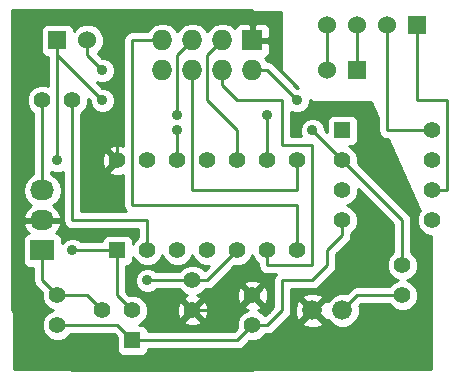
<source format=gbl>
%FSLAX34Y34*%
G04 Gerber Fmt 3.4, Leading zero omitted, Abs format*
G04 (created by PCBNEW (2014-02-15 BZR 4699)-product) date Sat 08 Mar 2014 11:33:38 PM EST*
%MOIN*%
G01*
G70*
G90*
G04 APERTURE LIST*
%ADD10C,0.005906*%
%ADD11R,0.055000X0.055000*%
%ADD12C,0.055000*%
%ADD13R,0.080000X0.068000*%
%ADD14O,0.080000X0.068000*%
%ADD15R,0.068000X0.068000*%
%ADD16O,0.068000X0.068000*%
%ADD17R,0.060000X0.060000*%
%ADD18C,0.060000*%
%ADD19C,0.066000*%
%ADD20C,0.035000*%
%ADD21C,0.010000*%
G04 APERTURE END LIST*
G54D10*
G54D11*
X30500Y-52500D03*
G54D12*
X31500Y-52500D03*
X32500Y-52500D03*
X33500Y-52500D03*
X34500Y-52500D03*
X35500Y-52500D03*
X36500Y-52500D03*
X36500Y-49500D03*
X35500Y-49500D03*
X34500Y-49500D03*
X33500Y-49500D03*
X32500Y-49500D03*
X31500Y-49500D03*
X30500Y-49500D03*
G54D13*
X28000Y-52500D03*
G54D14*
X28000Y-51500D03*
X28000Y-50500D03*
G54D15*
X35000Y-45500D03*
G54D16*
X34000Y-45500D03*
X33000Y-45500D03*
X32000Y-45500D03*
X32000Y-46500D03*
X33000Y-46500D03*
X34000Y-46500D03*
X35000Y-46500D03*
G54D12*
X29000Y-47500D03*
X28000Y-47500D03*
G54D11*
X31000Y-55500D03*
G54D12*
X31000Y-54500D03*
X30000Y-54500D03*
X35000Y-54000D03*
X35000Y-55000D03*
X28500Y-54000D03*
X28500Y-55000D03*
X33000Y-54500D03*
X33000Y-53500D03*
X40000Y-53000D03*
X40000Y-54000D03*
G54D17*
X40500Y-45000D03*
G54D18*
X39500Y-45000D03*
X38500Y-45000D03*
X37500Y-45000D03*
G54D17*
X38500Y-46500D03*
G54D18*
X37500Y-46500D03*
G54D17*
X28500Y-45500D03*
G54D18*
X29500Y-45500D03*
G54D19*
X38000Y-54500D03*
X37000Y-54500D03*
G54D11*
X38000Y-48500D03*
G54D12*
X38000Y-49500D03*
X38000Y-50500D03*
X38000Y-51500D03*
X41000Y-51500D03*
X41000Y-50500D03*
X41000Y-49500D03*
X41000Y-48500D03*
G54D20*
X36000Y-55500D03*
X35500Y-54500D03*
X37000Y-48500D03*
X32500Y-48500D03*
X31500Y-53500D03*
X30000Y-46500D03*
X29000Y-52500D03*
X28500Y-49500D03*
X36500Y-47500D03*
X30000Y-47500D03*
X35500Y-48000D03*
X32500Y-48000D03*
G54D21*
X28500Y-54000D02*
X29500Y-54000D01*
X29500Y-54000D02*
X30000Y-54500D01*
X28000Y-52500D02*
X28000Y-53500D01*
X28000Y-53500D02*
X28500Y-54000D01*
X35000Y-54000D02*
X35500Y-54500D01*
X27000Y-51500D02*
X27000Y-54500D01*
X35000Y-56500D02*
X36000Y-55500D01*
X29000Y-56500D02*
X35000Y-56500D01*
X27000Y-54500D02*
X29000Y-56500D01*
X36000Y-55500D02*
X37000Y-54500D01*
X33000Y-54500D02*
X34500Y-54500D01*
X34500Y-54500D02*
X35000Y-54000D01*
X30500Y-49500D02*
X30500Y-44500D01*
X28000Y-51500D02*
X27000Y-51500D01*
X35000Y-44500D02*
X35000Y-45500D01*
X27000Y-44500D02*
X30500Y-44500D01*
X30500Y-44500D02*
X35000Y-44500D01*
X27000Y-51500D02*
X27000Y-44500D01*
X29000Y-47500D02*
X29000Y-51500D01*
X31500Y-51500D02*
X31500Y-52500D01*
X29000Y-51500D02*
X31500Y-51500D01*
X28500Y-55000D02*
X30500Y-55000D01*
X30500Y-55000D02*
X31000Y-55500D01*
X31000Y-55500D02*
X34500Y-55500D01*
X34500Y-55500D02*
X35000Y-55000D01*
X35000Y-55000D02*
X35500Y-55000D01*
X35500Y-55000D02*
X36000Y-54500D01*
X36000Y-54500D02*
X36000Y-53500D01*
X36000Y-53500D02*
X37000Y-53500D01*
X37000Y-53500D02*
X37500Y-53000D01*
X37500Y-53000D02*
X37500Y-52500D01*
X37500Y-52500D02*
X38000Y-52000D01*
X38000Y-52000D02*
X38000Y-51500D01*
X40000Y-53000D02*
X40000Y-51500D01*
X40000Y-51500D02*
X38000Y-49500D01*
X32500Y-49500D02*
X32500Y-48500D01*
X37000Y-48500D02*
X38000Y-49500D01*
X29500Y-45500D02*
X29500Y-46000D01*
X31500Y-53500D02*
X33000Y-53500D01*
X29500Y-46000D02*
X30000Y-46500D01*
X33000Y-53500D02*
X33500Y-53500D01*
X33500Y-53500D02*
X34500Y-52500D01*
X39500Y-45000D02*
X39500Y-48500D01*
X39500Y-48500D02*
X41000Y-48500D01*
X28000Y-50500D02*
X28000Y-47500D01*
X28500Y-45500D02*
X28500Y-49500D01*
X29000Y-52500D02*
X30500Y-52500D01*
X28500Y-45500D02*
X28500Y-46000D01*
X35500Y-46500D02*
X35000Y-46500D01*
X36500Y-47500D02*
X35500Y-46500D01*
X28500Y-46000D02*
X30000Y-47500D01*
X30500Y-52500D02*
X30500Y-54000D01*
X30500Y-54000D02*
X31000Y-54500D01*
X37500Y-45000D02*
X37500Y-46500D01*
X38500Y-45000D02*
X38500Y-46500D01*
X40500Y-45000D02*
X40500Y-47500D01*
X41500Y-50500D02*
X41000Y-50500D01*
X41500Y-47500D02*
X41500Y-50500D01*
X40500Y-47500D02*
X41500Y-47500D01*
X40000Y-54000D02*
X38500Y-54000D01*
X38500Y-54000D02*
X38000Y-54500D01*
X36000Y-47500D02*
X36000Y-49000D01*
X37000Y-53000D02*
X35500Y-53000D01*
X37000Y-49000D02*
X37000Y-53000D01*
X36000Y-49000D02*
X37000Y-49000D01*
X35500Y-53000D02*
X35500Y-52500D01*
X34000Y-47000D02*
X34500Y-47500D01*
X34500Y-47500D02*
X36000Y-47500D01*
X34000Y-46500D02*
X34000Y-47000D01*
X35500Y-53000D02*
X35500Y-52500D01*
X32000Y-45500D02*
X31000Y-45500D01*
X36500Y-51000D02*
X36500Y-52500D01*
X31000Y-51000D02*
X36500Y-51000D01*
X31000Y-45500D02*
X31000Y-51000D01*
X33000Y-46500D02*
X33000Y-50500D01*
X36500Y-50500D02*
X36500Y-49500D01*
X33000Y-50500D02*
X36500Y-50500D01*
X33000Y-45500D02*
X32500Y-46000D01*
X35500Y-48000D02*
X35500Y-49500D01*
X32500Y-46000D02*
X32500Y-48000D01*
X34000Y-45500D02*
X33500Y-46000D01*
X34500Y-48500D02*
X34500Y-49500D01*
X33500Y-47500D02*
X34500Y-48500D01*
X33500Y-46000D02*
X33500Y-47500D01*
G54D10*
G36*
X35779Y-53300D02*
X35722Y-53385D01*
X35700Y-53500D01*
X35700Y-54375D01*
X35529Y-54545D01*
X35529Y-54075D01*
X35518Y-53867D01*
X35460Y-53727D01*
X35367Y-53702D01*
X35297Y-53773D01*
X35297Y-53632D01*
X35272Y-53539D01*
X35075Y-53470D01*
X34867Y-53481D01*
X34727Y-53539D01*
X34702Y-53632D01*
X35000Y-53929D01*
X35297Y-53632D01*
X35297Y-53773D01*
X35070Y-54000D01*
X35367Y-54297D01*
X35460Y-54272D01*
X35529Y-54075D01*
X35529Y-54545D01*
X35409Y-54666D01*
X35297Y-54555D01*
X35171Y-54502D01*
X35272Y-54460D01*
X35297Y-54367D01*
X35000Y-54070D01*
X34929Y-54141D01*
X34929Y-54000D01*
X34632Y-53702D01*
X34539Y-53727D01*
X34470Y-53924D01*
X34481Y-54132D01*
X34539Y-54272D01*
X34632Y-54297D01*
X34929Y-54000D01*
X34929Y-54141D01*
X34702Y-54367D01*
X34727Y-54460D01*
X34837Y-54499D01*
X34703Y-54554D01*
X34555Y-54702D01*
X34475Y-54895D01*
X34474Y-55100D01*
X34375Y-55200D01*
X33529Y-55200D01*
X33529Y-54575D01*
X33518Y-54367D01*
X33460Y-54227D01*
X33367Y-54202D01*
X33070Y-54500D01*
X33367Y-54797D01*
X33460Y-54772D01*
X33529Y-54575D01*
X33529Y-55200D01*
X33297Y-55200D01*
X33297Y-54867D01*
X33000Y-54570D01*
X32929Y-54641D01*
X32929Y-54500D01*
X32632Y-54202D01*
X32539Y-54227D01*
X32470Y-54424D01*
X32481Y-54632D01*
X32539Y-54772D01*
X32632Y-54797D01*
X32929Y-54500D01*
X32929Y-54641D01*
X32702Y-54867D01*
X32727Y-54960D01*
X32924Y-55029D01*
X33132Y-55018D01*
X33272Y-54960D01*
X33297Y-54867D01*
X33297Y-55200D01*
X31525Y-55200D01*
X31525Y-55175D01*
X31486Y-55083D01*
X31416Y-55013D01*
X31324Y-54975D01*
X31225Y-54975D01*
X31225Y-54975D01*
X31297Y-54945D01*
X31444Y-54797D01*
X31524Y-54604D01*
X31525Y-54396D01*
X31445Y-54203D01*
X31297Y-54055D01*
X31104Y-53975D01*
X30899Y-53974D01*
X30800Y-53875D01*
X30800Y-53025D01*
X30824Y-53025D01*
X30916Y-52986D01*
X30986Y-52916D01*
X31025Y-52824D01*
X31025Y-52725D01*
X31025Y-52725D01*
X31054Y-52797D01*
X31202Y-52944D01*
X31395Y-53024D01*
X31603Y-53025D01*
X31797Y-52945D01*
X31944Y-52797D01*
X32000Y-52664D01*
X32054Y-52797D01*
X32202Y-52944D01*
X32395Y-53024D01*
X32603Y-53025D01*
X32797Y-52945D01*
X32944Y-52797D01*
X33000Y-52664D01*
X33054Y-52797D01*
X33202Y-52944D01*
X33395Y-53024D01*
X33550Y-53025D01*
X33409Y-53166D01*
X33297Y-53055D01*
X33104Y-52975D01*
X32896Y-52974D01*
X32703Y-53054D01*
X32557Y-53200D01*
X31801Y-53200D01*
X31741Y-53139D01*
X31584Y-53075D01*
X31415Y-53074D01*
X31259Y-53139D01*
X31139Y-53258D01*
X31075Y-53415D01*
X31074Y-53584D01*
X31139Y-53740D01*
X31258Y-53860D01*
X31415Y-53924D01*
X31584Y-53925D01*
X31740Y-53860D01*
X31801Y-53800D01*
X32557Y-53800D01*
X32702Y-53944D01*
X32828Y-53997D01*
X32727Y-54039D01*
X32702Y-54132D01*
X33000Y-54429D01*
X33297Y-54132D01*
X33272Y-54039D01*
X33162Y-54000D01*
X33297Y-53945D01*
X33442Y-53800D01*
X33500Y-53800D01*
X33500Y-53799D01*
X33614Y-53777D01*
X33614Y-53777D01*
X33712Y-53712D01*
X34399Y-53024D01*
X34603Y-53025D01*
X34797Y-52945D01*
X34944Y-52797D01*
X35000Y-52664D01*
X35054Y-52797D01*
X35200Y-52942D01*
X35200Y-53000D01*
X35222Y-53114D01*
X35287Y-53212D01*
X35385Y-53277D01*
X35500Y-53300D01*
X35779Y-53300D01*
X35779Y-53300D01*
G37*
G54D21*
X35779Y-53300D02*
X35722Y-53385D01*
X35700Y-53500D01*
X35700Y-54375D01*
X35529Y-54545D01*
X35529Y-54075D01*
X35518Y-53867D01*
X35460Y-53727D01*
X35367Y-53702D01*
X35297Y-53773D01*
X35297Y-53632D01*
X35272Y-53539D01*
X35075Y-53470D01*
X34867Y-53481D01*
X34727Y-53539D01*
X34702Y-53632D01*
X35000Y-53929D01*
X35297Y-53632D01*
X35297Y-53773D01*
X35070Y-54000D01*
X35367Y-54297D01*
X35460Y-54272D01*
X35529Y-54075D01*
X35529Y-54545D01*
X35409Y-54666D01*
X35297Y-54555D01*
X35171Y-54502D01*
X35272Y-54460D01*
X35297Y-54367D01*
X35000Y-54070D01*
X34929Y-54141D01*
X34929Y-54000D01*
X34632Y-53702D01*
X34539Y-53727D01*
X34470Y-53924D01*
X34481Y-54132D01*
X34539Y-54272D01*
X34632Y-54297D01*
X34929Y-54000D01*
X34929Y-54141D01*
X34702Y-54367D01*
X34727Y-54460D01*
X34837Y-54499D01*
X34703Y-54554D01*
X34555Y-54702D01*
X34475Y-54895D01*
X34474Y-55100D01*
X34375Y-55200D01*
X33529Y-55200D01*
X33529Y-54575D01*
X33518Y-54367D01*
X33460Y-54227D01*
X33367Y-54202D01*
X33070Y-54500D01*
X33367Y-54797D01*
X33460Y-54772D01*
X33529Y-54575D01*
X33529Y-55200D01*
X33297Y-55200D01*
X33297Y-54867D01*
X33000Y-54570D01*
X32929Y-54641D01*
X32929Y-54500D01*
X32632Y-54202D01*
X32539Y-54227D01*
X32470Y-54424D01*
X32481Y-54632D01*
X32539Y-54772D01*
X32632Y-54797D01*
X32929Y-54500D01*
X32929Y-54641D01*
X32702Y-54867D01*
X32727Y-54960D01*
X32924Y-55029D01*
X33132Y-55018D01*
X33272Y-54960D01*
X33297Y-54867D01*
X33297Y-55200D01*
X31525Y-55200D01*
X31525Y-55175D01*
X31486Y-55083D01*
X31416Y-55013D01*
X31324Y-54975D01*
X31225Y-54975D01*
X31225Y-54975D01*
X31297Y-54945D01*
X31444Y-54797D01*
X31524Y-54604D01*
X31525Y-54396D01*
X31445Y-54203D01*
X31297Y-54055D01*
X31104Y-53975D01*
X30899Y-53974D01*
X30800Y-53875D01*
X30800Y-53025D01*
X30824Y-53025D01*
X30916Y-52986D01*
X30986Y-52916D01*
X31025Y-52824D01*
X31025Y-52725D01*
X31025Y-52725D01*
X31054Y-52797D01*
X31202Y-52944D01*
X31395Y-53024D01*
X31603Y-53025D01*
X31797Y-52945D01*
X31944Y-52797D01*
X32000Y-52664D01*
X32054Y-52797D01*
X32202Y-52944D01*
X32395Y-53024D01*
X32603Y-53025D01*
X32797Y-52945D01*
X32944Y-52797D01*
X33000Y-52664D01*
X33054Y-52797D01*
X33202Y-52944D01*
X33395Y-53024D01*
X33550Y-53025D01*
X33409Y-53166D01*
X33297Y-53055D01*
X33104Y-52975D01*
X32896Y-52974D01*
X32703Y-53054D01*
X32557Y-53200D01*
X31801Y-53200D01*
X31741Y-53139D01*
X31584Y-53075D01*
X31415Y-53074D01*
X31259Y-53139D01*
X31139Y-53258D01*
X31075Y-53415D01*
X31074Y-53584D01*
X31139Y-53740D01*
X31258Y-53860D01*
X31415Y-53924D01*
X31584Y-53925D01*
X31740Y-53860D01*
X31801Y-53800D01*
X32557Y-53800D01*
X32702Y-53944D01*
X32828Y-53997D01*
X32727Y-54039D01*
X32702Y-54132D01*
X33000Y-54429D01*
X33297Y-54132D01*
X33272Y-54039D01*
X33162Y-54000D01*
X33297Y-53945D01*
X33442Y-53800D01*
X33500Y-53800D01*
X33500Y-53799D01*
X33614Y-53777D01*
X33614Y-53777D01*
X33712Y-53712D01*
X34399Y-53024D01*
X34603Y-53025D01*
X34797Y-52945D01*
X34944Y-52797D01*
X35000Y-52664D01*
X35054Y-52797D01*
X35200Y-52942D01*
X35200Y-53000D01*
X35222Y-53114D01*
X35287Y-53212D01*
X35385Y-53277D01*
X35500Y-53300D01*
X35779Y-53300D01*
G54D10*
G36*
X40950Y-56450D02*
X37336Y-56450D01*
X37336Y-54907D01*
X37000Y-54570D01*
X36929Y-54641D01*
X36929Y-54500D01*
X36592Y-54163D01*
X36493Y-54194D01*
X36415Y-54411D01*
X36425Y-54641D01*
X36493Y-54805D01*
X36592Y-54836D01*
X36929Y-54500D01*
X36929Y-54641D01*
X36663Y-54907D01*
X36694Y-55006D01*
X36911Y-55084D01*
X37141Y-55074D01*
X37305Y-55006D01*
X37336Y-54907D01*
X37336Y-56450D01*
X27050Y-56450D01*
X27050Y-44550D01*
X35950Y-44550D01*
X35950Y-46520D01*
X36504Y-47075D01*
X36499Y-47074D01*
X35712Y-46287D01*
X35614Y-46222D01*
X35508Y-46201D01*
X35428Y-46082D01*
X35420Y-46077D01*
X35481Y-46051D01*
X35551Y-45981D01*
X35590Y-45889D01*
X35590Y-45790D01*
X35590Y-45612D01*
X35590Y-45387D01*
X35590Y-45209D01*
X35590Y-45110D01*
X35551Y-45018D01*
X35481Y-44948D01*
X35389Y-44910D01*
X35112Y-44910D01*
X35050Y-44972D01*
X35050Y-45450D01*
X35527Y-45450D01*
X35590Y-45387D01*
X35590Y-45612D01*
X35527Y-45550D01*
X35050Y-45550D01*
X35050Y-45557D01*
X34950Y-45557D01*
X34950Y-45550D01*
X34942Y-45550D01*
X34942Y-45450D01*
X34950Y-45450D01*
X34950Y-44972D01*
X34887Y-44910D01*
X34610Y-44910D01*
X34518Y-44948D01*
X34448Y-45018D01*
X34422Y-45078D01*
X34237Y-44954D01*
X34011Y-44910D01*
X33988Y-44910D01*
X33762Y-44954D01*
X33571Y-45082D01*
X33500Y-45189D01*
X33428Y-45082D01*
X33237Y-44954D01*
X33011Y-44910D01*
X32988Y-44910D01*
X32762Y-44954D01*
X32571Y-45082D01*
X32500Y-45189D01*
X32428Y-45082D01*
X32237Y-44954D01*
X32011Y-44910D01*
X31988Y-44910D01*
X31762Y-44954D01*
X31571Y-45082D01*
X31492Y-45200D01*
X31000Y-45200D01*
X30885Y-45222D01*
X30787Y-45287D01*
X30722Y-45385D01*
X30700Y-45500D01*
X30700Y-49013D01*
X30575Y-48970D01*
X30367Y-48981D01*
X30227Y-49039D01*
X30202Y-49132D01*
X30500Y-49429D01*
X30505Y-49423D01*
X30576Y-49494D01*
X30570Y-49500D01*
X30576Y-49505D01*
X30505Y-49576D01*
X30500Y-49570D01*
X30429Y-49641D01*
X30429Y-49500D01*
X30132Y-49202D01*
X30039Y-49227D01*
X29970Y-49424D01*
X29981Y-49632D01*
X30039Y-49772D01*
X30132Y-49797D01*
X30429Y-49500D01*
X30429Y-49641D01*
X30202Y-49867D01*
X30227Y-49960D01*
X30424Y-50029D01*
X30632Y-50018D01*
X30700Y-49990D01*
X30700Y-51000D01*
X30722Y-51114D01*
X30779Y-51200D01*
X29300Y-51200D01*
X29300Y-47942D01*
X29444Y-47797D01*
X29524Y-47604D01*
X29525Y-47449D01*
X29575Y-47499D01*
X29574Y-47584D01*
X29639Y-47740D01*
X29758Y-47860D01*
X29915Y-47924D01*
X30084Y-47925D01*
X30240Y-47860D01*
X30360Y-47741D01*
X30424Y-47584D01*
X30425Y-47415D01*
X30360Y-47259D01*
X30241Y-47139D01*
X30084Y-47075D01*
X29999Y-47074D01*
X29802Y-46878D01*
X29915Y-46924D01*
X30084Y-46925D01*
X30240Y-46860D01*
X30360Y-46741D01*
X30424Y-46584D01*
X30425Y-46415D01*
X30360Y-46259D01*
X30241Y-46139D01*
X30084Y-46075D01*
X29999Y-46074D01*
X29851Y-45926D01*
X29965Y-45811D01*
X30049Y-45609D01*
X30050Y-45391D01*
X29966Y-45188D01*
X29811Y-45034D01*
X29609Y-44950D01*
X29391Y-44949D01*
X29188Y-45033D01*
X29050Y-45172D01*
X29050Y-45150D01*
X29011Y-45058D01*
X28941Y-44988D01*
X28849Y-44950D01*
X28750Y-44950D01*
X28150Y-44950D01*
X28058Y-44988D01*
X27988Y-45058D01*
X27950Y-45150D01*
X27950Y-45249D01*
X27950Y-45849D01*
X27988Y-45941D01*
X28058Y-46011D01*
X28150Y-46050D01*
X28200Y-46050D01*
X28200Y-47014D01*
X28104Y-46975D01*
X27896Y-46974D01*
X27703Y-47054D01*
X27555Y-47202D01*
X27475Y-47395D01*
X27474Y-47603D01*
X27554Y-47797D01*
X27700Y-47942D01*
X27700Y-49955D01*
X27510Y-50082D01*
X27382Y-50274D01*
X27337Y-50500D01*
X27382Y-50725D01*
X27510Y-50917D01*
X27631Y-50998D01*
X27468Y-51144D01*
X27368Y-51352D01*
X27367Y-51358D01*
X27414Y-51450D01*
X27950Y-51450D01*
X27950Y-51442D01*
X28050Y-51442D01*
X28050Y-51450D01*
X28585Y-51450D01*
X28632Y-51358D01*
X28631Y-51352D01*
X28531Y-51144D01*
X28368Y-50998D01*
X28489Y-50917D01*
X28617Y-50725D01*
X28662Y-50500D01*
X28617Y-50274D01*
X28489Y-50082D01*
X28300Y-49955D01*
X28300Y-49877D01*
X28415Y-49924D01*
X28584Y-49925D01*
X28700Y-49877D01*
X28700Y-51500D01*
X28722Y-51614D01*
X28787Y-51712D01*
X28885Y-51777D01*
X29000Y-51800D01*
X31200Y-51800D01*
X31200Y-52057D01*
X31055Y-52202D01*
X31025Y-52274D01*
X31025Y-52175D01*
X30986Y-52083D01*
X30916Y-52013D01*
X30824Y-51975D01*
X30725Y-51975D01*
X30175Y-51975D01*
X30083Y-52013D01*
X30013Y-52083D01*
X29975Y-52175D01*
X29975Y-52200D01*
X29301Y-52200D01*
X29241Y-52139D01*
X29084Y-52075D01*
X28915Y-52074D01*
X28759Y-52139D01*
X28650Y-52248D01*
X28650Y-52110D01*
X28611Y-52018D01*
X28541Y-51948D01*
X28463Y-51915D01*
X28531Y-51855D01*
X28631Y-51647D01*
X28632Y-51641D01*
X28585Y-51550D01*
X28050Y-51550D01*
X28050Y-51557D01*
X27950Y-51557D01*
X27950Y-51550D01*
X27414Y-51550D01*
X27367Y-51641D01*
X27368Y-51647D01*
X27468Y-51855D01*
X27536Y-51915D01*
X27458Y-51948D01*
X27388Y-52018D01*
X27350Y-52110D01*
X27350Y-52209D01*
X27350Y-52889D01*
X27388Y-52981D01*
X27458Y-53051D01*
X27550Y-53090D01*
X27649Y-53090D01*
X27700Y-53090D01*
X27700Y-53500D01*
X27722Y-53614D01*
X27787Y-53712D01*
X27975Y-53899D01*
X27974Y-54103D01*
X28054Y-54297D01*
X28202Y-54444D01*
X28335Y-54500D01*
X28203Y-54554D01*
X28055Y-54702D01*
X27975Y-54895D01*
X27974Y-55103D01*
X28054Y-55297D01*
X28202Y-55444D01*
X28395Y-55524D01*
X28603Y-55525D01*
X28797Y-55445D01*
X28942Y-55300D01*
X30375Y-55300D01*
X30475Y-55399D01*
X30475Y-55824D01*
X30513Y-55916D01*
X30583Y-55986D01*
X30675Y-56025D01*
X30774Y-56025D01*
X31324Y-56025D01*
X31416Y-55986D01*
X31486Y-55916D01*
X31525Y-55824D01*
X31525Y-55800D01*
X34500Y-55800D01*
X34500Y-55799D01*
X34614Y-55777D01*
X34614Y-55777D01*
X34712Y-55712D01*
X34899Y-55524D01*
X35103Y-55525D01*
X35297Y-55445D01*
X35442Y-55300D01*
X35500Y-55300D01*
X35500Y-55299D01*
X35614Y-55277D01*
X35614Y-55277D01*
X35712Y-55212D01*
X36212Y-54712D01*
X36212Y-54712D01*
X36277Y-54614D01*
X36299Y-54500D01*
X36300Y-54500D01*
X36300Y-53800D01*
X37000Y-53800D01*
X37000Y-53799D01*
X37114Y-53777D01*
X37114Y-53777D01*
X37212Y-53712D01*
X37712Y-53212D01*
X37712Y-53212D01*
X37777Y-53114D01*
X37799Y-53000D01*
X37800Y-53000D01*
X37800Y-52624D01*
X38212Y-52212D01*
X38212Y-52212D01*
X38277Y-52114D01*
X38299Y-52000D01*
X38300Y-52000D01*
X38300Y-51942D01*
X38444Y-51797D01*
X38524Y-51604D01*
X38525Y-51396D01*
X38445Y-51203D01*
X38297Y-51055D01*
X38164Y-50999D01*
X38297Y-50945D01*
X38444Y-50797D01*
X38524Y-50604D01*
X38525Y-50449D01*
X39700Y-51624D01*
X39700Y-52557D01*
X39555Y-52702D01*
X39475Y-52895D01*
X39474Y-53103D01*
X39554Y-53297D01*
X39702Y-53444D01*
X39835Y-53500D01*
X39703Y-53554D01*
X39557Y-53700D01*
X38500Y-53700D01*
X38385Y-53722D01*
X38287Y-53787D01*
X38143Y-53931D01*
X38115Y-53920D01*
X37885Y-53919D01*
X37671Y-54008D01*
X37508Y-54171D01*
X37499Y-54192D01*
X37407Y-54163D01*
X37336Y-54233D01*
X37336Y-54092D01*
X37305Y-53993D01*
X37088Y-53915D01*
X36858Y-53925D01*
X36694Y-53993D01*
X36663Y-54092D01*
X37000Y-54429D01*
X37336Y-54092D01*
X37336Y-54233D01*
X37070Y-54500D01*
X37407Y-54836D01*
X37499Y-54807D01*
X37508Y-54828D01*
X37671Y-54991D01*
X37884Y-55079D01*
X38114Y-55080D01*
X38328Y-54991D01*
X38491Y-54828D01*
X38579Y-54615D01*
X38580Y-54385D01*
X38568Y-54356D01*
X38624Y-54300D01*
X39557Y-54300D01*
X39702Y-54444D01*
X39895Y-54524D01*
X40103Y-54525D01*
X40297Y-54445D01*
X40444Y-54297D01*
X40524Y-54104D01*
X40525Y-53896D01*
X40445Y-53703D01*
X40297Y-53555D01*
X40164Y-53499D01*
X40297Y-53445D01*
X40444Y-53297D01*
X40524Y-53104D01*
X40525Y-52896D01*
X40445Y-52703D01*
X40300Y-52557D01*
X40300Y-51500D01*
X40277Y-51385D01*
X40277Y-51385D01*
X40212Y-51287D01*
X38524Y-49600D01*
X38525Y-49396D01*
X38445Y-49203D01*
X38297Y-49055D01*
X38225Y-49025D01*
X38324Y-49025D01*
X38416Y-48986D01*
X38486Y-48916D01*
X38525Y-48824D01*
X38525Y-48725D01*
X38525Y-48175D01*
X38486Y-48083D01*
X38416Y-48013D01*
X38324Y-47975D01*
X38225Y-47975D01*
X37675Y-47975D01*
X37583Y-48013D01*
X37513Y-48083D01*
X37475Y-48175D01*
X37475Y-48274D01*
X37475Y-48550D01*
X37424Y-48500D01*
X37425Y-48415D01*
X37360Y-48259D01*
X37241Y-48139D01*
X37084Y-48075D01*
X36915Y-48074D01*
X36759Y-48139D01*
X36639Y-48258D01*
X36575Y-48415D01*
X36574Y-48584D01*
X36622Y-48700D01*
X36300Y-48700D01*
X36300Y-47877D01*
X36415Y-47924D01*
X36584Y-47925D01*
X36740Y-47860D01*
X36860Y-47741D01*
X36924Y-47584D01*
X36925Y-47495D01*
X36979Y-47550D01*
X38967Y-47550D01*
X39200Y-48073D01*
X39200Y-48500D01*
X39222Y-48614D01*
X39287Y-48712D01*
X39385Y-48777D01*
X39500Y-48800D01*
X39523Y-48800D01*
X40579Y-51177D01*
X40555Y-51202D01*
X40475Y-51395D01*
X40474Y-51603D01*
X40554Y-51797D01*
X40702Y-51944D01*
X40895Y-52024D01*
X40950Y-52024D01*
X40950Y-56450D01*
X40950Y-56450D01*
G37*
G54D21*
X40950Y-56450D02*
X37336Y-56450D01*
X37336Y-54907D01*
X37000Y-54570D01*
X36929Y-54641D01*
X36929Y-54500D01*
X36592Y-54163D01*
X36493Y-54194D01*
X36415Y-54411D01*
X36425Y-54641D01*
X36493Y-54805D01*
X36592Y-54836D01*
X36929Y-54500D01*
X36929Y-54641D01*
X36663Y-54907D01*
X36694Y-55006D01*
X36911Y-55084D01*
X37141Y-55074D01*
X37305Y-55006D01*
X37336Y-54907D01*
X37336Y-56450D01*
X27050Y-56450D01*
X27050Y-44550D01*
X35950Y-44550D01*
X35950Y-46520D01*
X36504Y-47075D01*
X36499Y-47074D01*
X35712Y-46287D01*
X35614Y-46222D01*
X35508Y-46201D01*
X35428Y-46082D01*
X35420Y-46077D01*
X35481Y-46051D01*
X35551Y-45981D01*
X35590Y-45889D01*
X35590Y-45790D01*
X35590Y-45612D01*
X35590Y-45387D01*
X35590Y-45209D01*
X35590Y-45110D01*
X35551Y-45018D01*
X35481Y-44948D01*
X35389Y-44910D01*
X35112Y-44910D01*
X35050Y-44972D01*
X35050Y-45450D01*
X35527Y-45450D01*
X35590Y-45387D01*
X35590Y-45612D01*
X35527Y-45550D01*
X35050Y-45550D01*
X35050Y-45557D01*
X34950Y-45557D01*
X34950Y-45550D01*
X34942Y-45550D01*
X34942Y-45450D01*
X34950Y-45450D01*
X34950Y-44972D01*
X34887Y-44910D01*
X34610Y-44910D01*
X34518Y-44948D01*
X34448Y-45018D01*
X34422Y-45078D01*
X34237Y-44954D01*
X34011Y-44910D01*
X33988Y-44910D01*
X33762Y-44954D01*
X33571Y-45082D01*
X33500Y-45189D01*
X33428Y-45082D01*
X33237Y-44954D01*
X33011Y-44910D01*
X32988Y-44910D01*
X32762Y-44954D01*
X32571Y-45082D01*
X32500Y-45189D01*
X32428Y-45082D01*
X32237Y-44954D01*
X32011Y-44910D01*
X31988Y-44910D01*
X31762Y-44954D01*
X31571Y-45082D01*
X31492Y-45200D01*
X31000Y-45200D01*
X30885Y-45222D01*
X30787Y-45287D01*
X30722Y-45385D01*
X30700Y-45500D01*
X30700Y-49013D01*
X30575Y-48970D01*
X30367Y-48981D01*
X30227Y-49039D01*
X30202Y-49132D01*
X30500Y-49429D01*
X30505Y-49423D01*
X30576Y-49494D01*
X30570Y-49500D01*
X30576Y-49505D01*
X30505Y-49576D01*
X30500Y-49570D01*
X30429Y-49641D01*
X30429Y-49500D01*
X30132Y-49202D01*
X30039Y-49227D01*
X29970Y-49424D01*
X29981Y-49632D01*
X30039Y-49772D01*
X30132Y-49797D01*
X30429Y-49500D01*
X30429Y-49641D01*
X30202Y-49867D01*
X30227Y-49960D01*
X30424Y-50029D01*
X30632Y-50018D01*
X30700Y-49990D01*
X30700Y-51000D01*
X30722Y-51114D01*
X30779Y-51200D01*
X29300Y-51200D01*
X29300Y-47942D01*
X29444Y-47797D01*
X29524Y-47604D01*
X29525Y-47449D01*
X29575Y-47499D01*
X29574Y-47584D01*
X29639Y-47740D01*
X29758Y-47860D01*
X29915Y-47924D01*
X30084Y-47925D01*
X30240Y-47860D01*
X30360Y-47741D01*
X30424Y-47584D01*
X30425Y-47415D01*
X30360Y-47259D01*
X30241Y-47139D01*
X30084Y-47075D01*
X29999Y-47074D01*
X29802Y-46878D01*
X29915Y-46924D01*
X30084Y-46925D01*
X30240Y-46860D01*
X30360Y-46741D01*
X30424Y-46584D01*
X30425Y-46415D01*
X30360Y-46259D01*
X30241Y-46139D01*
X30084Y-46075D01*
X29999Y-46074D01*
X29851Y-45926D01*
X29965Y-45811D01*
X30049Y-45609D01*
X30050Y-45391D01*
X29966Y-45188D01*
X29811Y-45034D01*
X29609Y-44950D01*
X29391Y-44949D01*
X29188Y-45033D01*
X29050Y-45172D01*
X29050Y-45150D01*
X29011Y-45058D01*
X28941Y-44988D01*
X28849Y-44950D01*
X28750Y-44950D01*
X28150Y-44950D01*
X28058Y-44988D01*
X27988Y-45058D01*
X27950Y-45150D01*
X27950Y-45249D01*
X27950Y-45849D01*
X27988Y-45941D01*
X28058Y-46011D01*
X28150Y-46050D01*
X28200Y-46050D01*
X28200Y-47014D01*
X28104Y-46975D01*
X27896Y-46974D01*
X27703Y-47054D01*
X27555Y-47202D01*
X27475Y-47395D01*
X27474Y-47603D01*
X27554Y-47797D01*
X27700Y-47942D01*
X27700Y-49955D01*
X27510Y-50082D01*
X27382Y-50274D01*
X27337Y-50500D01*
X27382Y-50725D01*
X27510Y-50917D01*
X27631Y-50998D01*
X27468Y-51144D01*
X27368Y-51352D01*
X27367Y-51358D01*
X27414Y-51450D01*
X27950Y-51450D01*
X27950Y-51442D01*
X28050Y-51442D01*
X28050Y-51450D01*
X28585Y-51450D01*
X28632Y-51358D01*
X28631Y-51352D01*
X28531Y-51144D01*
X28368Y-50998D01*
X28489Y-50917D01*
X28617Y-50725D01*
X28662Y-50500D01*
X28617Y-50274D01*
X28489Y-50082D01*
X28300Y-49955D01*
X28300Y-49877D01*
X28415Y-49924D01*
X28584Y-49925D01*
X28700Y-49877D01*
X28700Y-51500D01*
X28722Y-51614D01*
X28787Y-51712D01*
X28885Y-51777D01*
X29000Y-51800D01*
X31200Y-51800D01*
X31200Y-52057D01*
X31055Y-52202D01*
X31025Y-52274D01*
X31025Y-52175D01*
X30986Y-52083D01*
X30916Y-52013D01*
X30824Y-51975D01*
X30725Y-51975D01*
X30175Y-51975D01*
X30083Y-52013D01*
X30013Y-52083D01*
X29975Y-52175D01*
X29975Y-52200D01*
X29301Y-52200D01*
X29241Y-52139D01*
X29084Y-52075D01*
X28915Y-52074D01*
X28759Y-52139D01*
X28650Y-52248D01*
X28650Y-52110D01*
X28611Y-52018D01*
X28541Y-51948D01*
X28463Y-51915D01*
X28531Y-51855D01*
X28631Y-51647D01*
X28632Y-51641D01*
X28585Y-51550D01*
X28050Y-51550D01*
X28050Y-51557D01*
X27950Y-51557D01*
X27950Y-51550D01*
X27414Y-51550D01*
X27367Y-51641D01*
X27368Y-51647D01*
X27468Y-51855D01*
X27536Y-51915D01*
X27458Y-51948D01*
X27388Y-52018D01*
X27350Y-52110D01*
X27350Y-52209D01*
X27350Y-52889D01*
X27388Y-52981D01*
X27458Y-53051D01*
X27550Y-53090D01*
X27649Y-53090D01*
X27700Y-53090D01*
X27700Y-53500D01*
X27722Y-53614D01*
X27787Y-53712D01*
X27975Y-53899D01*
X27974Y-54103D01*
X28054Y-54297D01*
X28202Y-54444D01*
X28335Y-54500D01*
X28203Y-54554D01*
X28055Y-54702D01*
X27975Y-54895D01*
X27974Y-55103D01*
X28054Y-55297D01*
X28202Y-55444D01*
X28395Y-55524D01*
X28603Y-55525D01*
X28797Y-55445D01*
X28942Y-55300D01*
X30375Y-55300D01*
X30475Y-55399D01*
X30475Y-55824D01*
X30513Y-55916D01*
X30583Y-55986D01*
X30675Y-56025D01*
X30774Y-56025D01*
X31324Y-56025D01*
X31416Y-55986D01*
X31486Y-55916D01*
X31525Y-55824D01*
X31525Y-55800D01*
X34500Y-55800D01*
X34500Y-55799D01*
X34614Y-55777D01*
X34614Y-55777D01*
X34712Y-55712D01*
X34899Y-55524D01*
X35103Y-55525D01*
X35297Y-55445D01*
X35442Y-55300D01*
X35500Y-55300D01*
X35500Y-55299D01*
X35614Y-55277D01*
X35614Y-55277D01*
X35712Y-55212D01*
X36212Y-54712D01*
X36212Y-54712D01*
X36277Y-54614D01*
X36299Y-54500D01*
X36300Y-54500D01*
X36300Y-53800D01*
X37000Y-53800D01*
X37000Y-53799D01*
X37114Y-53777D01*
X37114Y-53777D01*
X37212Y-53712D01*
X37712Y-53212D01*
X37712Y-53212D01*
X37777Y-53114D01*
X37799Y-53000D01*
X37800Y-53000D01*
X37800Y-52624D01*
X38212Y-52212D01*
X38212Y-52212D01*
X38277Y-52114D01*
X38299Y-52000D01*
X38300Y-52000D01*
X38300Y-51942D01*
X38444Y-51797D01*
X38524Y-51604D01*
X38525Y-51396D01*
X38445Y-51203D01*
X38297Y-51055D01*
X38164Y-50999D01*
X38297Y-50945D01*
X38444Y-50797D01*
X38524Y-50604D01*
X38525Y-50449D01*
X39700Y-51624D01*
X39700Y-52557D01*
X39555Y-52702D01*
X39475Y-52895D01*
X39474Y-53103D01*
X39554Y-53297D01*
X39702Y-53444D01*
X39835Y-53500D01*
X39703Y-53554D01*
X39557Y-53700D01*
X38500Y-53700D01*
X38385Y-53722D01*
X38287Y-53787D01*
X38143Y-53931D01*
X38115Y-53920D01*
X37885Y-53919D01*
X37671Y-54008D01*
X37508Y-54171D01*
X37499Y-54192D01*
X37407Y-54163D01*
X37336Y-54233D01*
X37336Y-54092D01*
X37305Y-53993D01*
X37088Y-53915D01*
X36858Y-53925D01*
X36694Y-53993D01*
X36663Y-54092D01*
X37000Y-54429D01*
X37336Y-54092D01*
X37336Y-54233D01*
X37070Y-54500D01*
X37407Y-54836D01*
X37499Y-54807D01*
X37508Y-54828D01*
X37671Y-54991D01*
X37884Y-55079D01*
X38114Y-55080D01*
X38328Y-54991D01*
X38491Y-54828D01*
X38579Y-54615D01*
X38580Y-54385D01*
X38568Y-54356D01*
X38624Y-54300D01*
X39557Y-54300D01*
X39702Y-54444D01*
X39895Y-54524D01*
X40103Y-54525D01*
X40297Y-54445D01*
X40444Y-54297D01*
X40524Y-54104D01*
X40525Y-53896D01*
X40445Y-53703D01*
X40297Y-53555D01*
X40164Y-53499D01*
X40297Y-53445D01*
X40444Y-53297D01*
X40524Y-53104D01*
X40525Y-52896D01*
X40445Y-52703D01*
X40300Y-52557D01*
X40300Y-51500D01*
X40277Y-51385D01*
X40277Y-51385D01*
X40212Y-51287D01*
X38524Y-49600D01*
X38525Y-49396D01*
X38445Y-49203D01*
X38297Y-49055D01*
X38225Y-49025D01*
X38324Y-49025D01*
X38416Y-48986D01*
X38486Y-48916D01*
X38525Y-48824D01*
X38525Y-48725D01*
X38525Y-48175D01*
X38486Y-48083D01*
X38416Y-48013D01*
X38324Y-47975D01*
X38225Y-47975D01*
X37675Y-47975D01*
X37583Y-48013D01*
X37513Y-48083D01*
X37475Y-48175D01*
X37475Y-48274D01*
X37475Y-48550D01*
X37424Y-48500D01*
X37425Y-48415D01*
X37360Y-48259D01*
X37241Y-48139D01*
X37084Y-48075D01*
X36915Y-48074D01*
X36759Y-48139D01*
X36639Y-48258D01*
X36575Y-48415D01*
X36574Y-48584D01*
X36622Y-48700D01*
X36300Y-48700D01*
X36300Y-47877D01*
X36415Y-47924D01*
X36584Y-47925D01*
X36740Y-47860D01*
X36860Y-47741D01*
X36924Y-47584D01*
X36925Y-47495D01*
X36979Y-47550D01*
X38967Y-47550D01*
X39200Y-48073D01*
X39200Y-48500D01*
X39222Y-48614D01*
X39287Y-48712D01*
X39385Y-48777D01*
X39500Y-48800D01*
X39523Y-48800D01*
X40579Y-51177D01*
X40555Y-51202D01*
X40475Y-51395D01*
X40474Y-51603D01*
X40554Y-51797D01*
X40702Y-51944D01*
X40895Y-52024D01*
X40950Y-52024D01*
X40950Y-56450D01*
M02*

</source>
